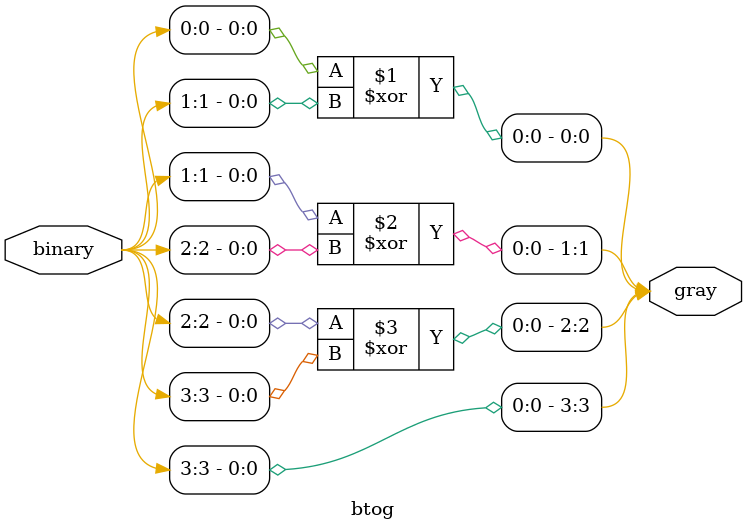
<source format=v>
module btog #(parameter WIDTH=4) (input [WIDTH-1:0] binary, output [WIDTH-1:0] gray);
  genvar i;    
  generate
    for(i=0;i<WIDTH-1;i++) begin
      assign gray[i] = binary[i] ^ binary[i+1];
    end
  endgenerate
  
  assign gray[WIDTH-1] = binary[WIDTH-1];
endmodule

</source>
